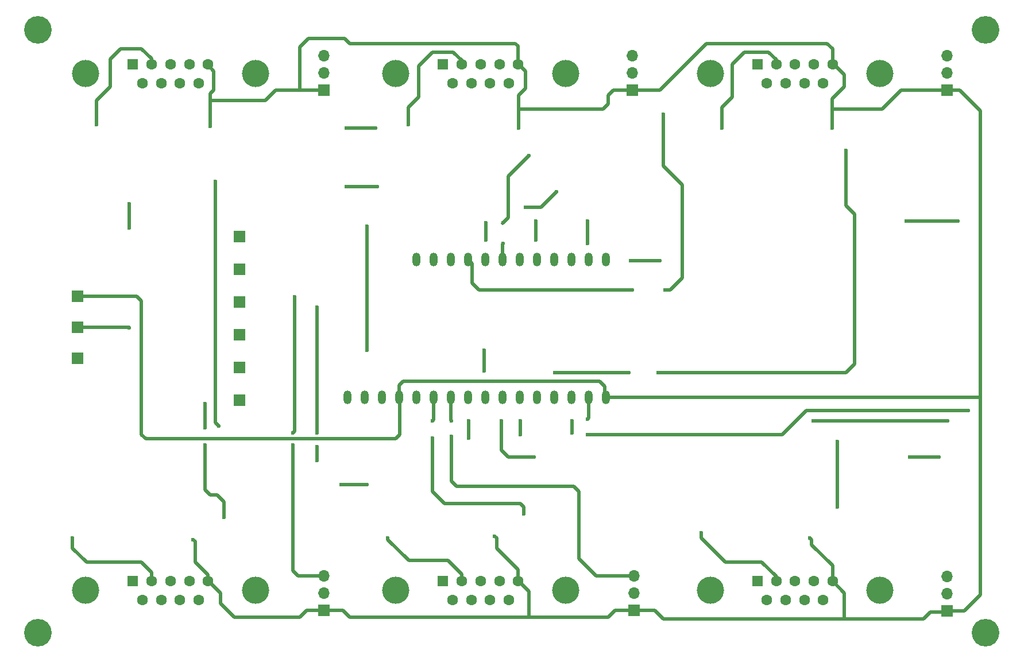
<source format=gbl>
G04 #@! TF.FileFunction,Copper,L2,Bot,Signal*
%FSLAX46Y46*%
G04 Gerber Fmt 4.6, Leading zero omitted, Abs format (unit mm)*
G04 Created by KiCad (PCBNEW 4.0.7-e2-6376~60~ubuntu17.10.1) date Mon Feb  5 04:30:27 2018*
%MOMM*%
%LPD*%
G01*
G04 APERTURE LIST*
%ADD10C,0.100000*%
%ADD11C,4.064000*%
%ADD12R,1.600000X1.600000*%
%ADD13C,1.600000*%
%ADD14C,4.000000*%
%ADD15O,1.200000X2.000000*%
%ADD16R,1.700000X1.700000*%
%ADD17O,1.700000X1.700000*%
%ADD18C,0.600000*%
%ADD19C,0.500000*%
G04 APERTURE END LIST*
D10*
D11*
X245110000Y-151130000D03*
X105410000Y-151130000D03*
X105410000Y-62230000D03*
D12*
X119380000Y-67310000D03*
D13*
X122150000Y-67310000D03*
X124920000Y-67310000D03*
X127690000Y-67310000D03*
X130460000Y-67310000D03*
X120765000Y-70150000D03*
X123535000Y-70150000D03*
X126305000Y-70150000D03*
X129075000Y-70150000D03*
D14*
X112420000Y-68730000D03*
X137420000Y-68730000D03*
D12*
X165100000Y-67310000D03*
D13*
X167870000Y-67310000D03*
X170640000Y-67310000D03*
X173410000Y-67310000D03*
X176180000Y-67310000D03*
X166485000Y-70150000D03*
X169255000Y-70150000D03*
X172025000Y-70150000D03*
X174795000Y-70150000D03*
D14*
X158140000Y-68730000D03*
X183140000Y-68730000D03*
D12*
X211455000Y-67310000D03*
D13*
X214225000Y-67310000D03*
X216995000Y-67310000D03*
X219765000Y-67310000D03*
X222535000Y-67310000D03*
X212840000Y-70150000D03*
X215610000Y-70150000D03*
X218380000Y-70150000D03*
X221150000Y-70150000D03*
D14*
X204495000Y-68730000D03*
X229495000Y-68730000D03*
D12*
X119380000Y-143510000D03*
D13*
X122150000Y-143510000D03*
X124920000Y-143510000D03*
X127690000Y-143510000D03*
X130460000Y-143510000D03*
X120765000Y-146350000D03*
X123535000Y-146350000D03*
X126305000Y-146350000D03*
X129075000Y-146350000D03*
D14*
X112420000Y-144930000D03*
X137420000Y-144930000D03*
D12*
X165100000Y-143510000D03*
D13*
X167870000Y-143510000D03*
X170640000Y-143510000D03*
X173410000Y-143510000D03*
X176180000Y-143510000D03*
X166485000Y-146350000D03*
X169255000Y-146350000D03*
X172025000Y-146350000D03*
X174795000Y-146350000D03*
D14*
X158140000Y-144930000D03*
X183140000Y-144930000D03*
D12*
X211455000Y-143510000D03*
D13*
X214225000Y-143510000D03*
X216995000Y-143510000D03*
X219765000Y-143510000D03*
X222535000Y-143510000D03*
X212840000Y-146350000D03*
X215610000Y-146350000D03*
X218380000Y-146350000D03*
X221150000Y-146350000D03*
D14*
X204495000Y-144930000D03*
X229495000Y-144930000D03*
D15*
X151041100Y-116433600D03*
X153581100Y-116433600D03*
X156121100Y-116433600D03*
X158661100Y-116433600D03*
X161201100Y-96113600D03*
X161201100Y-116433600D03*
X163741100Y-96113600D03*
X163741100Y-116433600D03*
X166281100Y-96113600D03*
X166281100Y-116433600D03*
X168821100Y-96113600D03*
X168821100Y-116433600D03*
X171361100Y-96113600D03*
X171361100Y-116433600D03*
X173901100Y-96113600D03*
X173901100Y-116433600D03*
X176441100Y-96113600D03*
X176441100Y-116433600D03*
X178981100Y-96113600D03*
X178981100Y-116433600D03*
X181521100Y-96113600D03*
X181521100Y-116433600D03*
X184061100Y-96113600D03*
X184061100Y-116433600D03*
X186601100Y-96113600D03*
X186601100Y-116433600D03*
X189141100Y-96113600D03*
X189141100Y-116433600D03*
D16*
X147574000Y-71120000D03*
D17*
X147574000Y-68580000D03*
X147574000Y-66040000D03*
D16*
X193040000Y-71120000D03*
D17*
X193040000Y-68580000D03*
X193040000Y-66040000D03*
D16*
X239395000Y-71120000D03*
D17*
X239395000Y-68580000D03*
X239395000Y-66040000D03*
D16*
X147574000Y-147828000D03*
D17*
X147574000Y-145288000D03*
X147574000Y-142748000D03*
D16*
X193294000Y-147828000D03*
D17*
X193294000Y-145288000D03*
X193294000Y-142748000D03*
D16*
X239395000Y-147955000D03*
D17*
X239395000Y-145415000D03*
X239395000Y-142875000D03*
D16*
X135128000Y-116840000D03*
X135128000Y-112014000D03*
X135128000Y-107188000D03*
X135128000Y-102362000D03*
X135128000Y-97536000D03*
X135128000Y-92710000D03*
X111188500Y-106108500D03*
X111188500Y-110680500D03*
X111188500Y-101536500D03*
D11*
X245110000Y-62230000D03*
D18*
X153924000Y-129286000D03*
X150114000Y-129286000D03*
X118872000Y-87884000D03*
X118872000Y-91440000D03*
X118872000Y-106172000D03*
X150876000Y-76708000D03*
X155194000Y-76708000D03*
X219202000Y-137160000D03*
X172720000Y-136906000D03*
X128270000Y-137414000D03*
X222504000Y-76708000D03*
X176276000Y-76708000D03*
X130810000Y-76454000D03*
X114046000Y-76200000D03*
X160020000Y-76200000D03*
X206248000Y-76708000D03*
X110490000Y-137160000D03*
X156972000Y-137160000D03*
X203200000Y-136398000D03*
X153924000Y-91186000D03*
X171196000Y-112522000D03*
X171196000Y-109474000D03*
X153924000Y-109474000D03*
X193040000Y-100584000D03*
X197866000Y-100584000D03*
X197612000Y-74676000D03*
X242570000Y-118364000D03*
X186436000Y-119634000D03*
X186436000Y-121920000D03*
X143002000Y-123444000D03*
X143002000Y-121666000D03*
X143256000Y-101600000D03*
X166370000Y-119888000D03*
X166370000Y-122174000D03*
X233426000Y-90424000D03*
X241046000Y-90424000D03*
X186436000Y-90424000D03*
X186436000Y-93726000D03*
X168910000Y-122428000D03*
X168910000Y-119888000D03*
X131572000Y-84582000D03*
X132080000Y-120650000D03*
X177800000Y-80772000D03*
X173990000Y-90678000D03*
X173990000Y-93726000D03*
X181610000Y-112776000D03*
X192532000Y-112776000D03*
X196850000Y-112776000D03*
X224536000Y-80010000D03*
X132842000Y-134112000D03*
X130048000Y-123444000D03*
X130048000Y-120904000D03*
X130048000Y-117348000D03*
X177038000Y-133604000D03*
X163576000Y-119888000D03*
X163576000Y-122428000D03*
X192786000Y-96266000D03*
X197104000Y-96266000D03*
X223266000Y-132588000D03*
X223266000Y-122936000D03*
X178816000Y-93218000D03*
X178816000Y-90424000D03*
X155448000Y-85344000D03*
X150876000Y-85344000D03*
X171450000Y-93218000D03*
X171450000Y-90678000D03*
X177292000Y-88392000D03*
X181864000Y-86106000D03*
X184150000Y-119888000D03*
X184150000Y-121666000D03*
X219710000Y-119888000D03*
X239522000Y-119888000D03*
X146558000Y-103124000D03*
X146558000Y-121666000D03*
X146558000Y-123698000D03*
X146558000Y-125730000D03*
X176530000Y-119888000D03*
X176530000Y-121920000D03*
X173736000Y-119888000D03*
X238252000Y-125222000D03*
X233934000Y-125222000D03*
X178562000Y-125222000D03*
D19*
X153924000Y-129286000D02*
X150114000Y-129286000D01*
X118872000Y-91440000D02*
X118872000Y-87884000D01*
X118808500Y-106108500D02*
X111188500Y-106108500D01*
X118872000Y-106172000D02*
X118808500Y-106108500D01*
X155194000Y-76708000D02*
X150876000Y-76708000D01*
X144018000Y-71120000D02*
X144018000Y-64770000D01*
X176180000Y-64674000D02*
X175768000Y-64262000D01*
X175768000Y-64262000D02*
X175260000Y-64262000D01*
X176180000Y-65278000D02*
X176180000Y-67310000D01*
X156718000Y-64262000D02*
X175260000Y-64262000D01*
X176180000Y-65278000D02*
X176180000Y-64674000D01*
X151384000Y-64262000D02*
X150622000Y-63500000D01*
X150622000Y-63500000D02*
X145288000Y-63500000D01*
X145288000Y-63500000D02*
X144018000Y-64770000D01*
X156718000Y-64262000D02*
X151384000Y-64262000D01*
X242570000Y-72390000D02*
X244348000Y-74168000D01*
X244348000Y-74168000D02*
X244348000Y-74422000D01*
X242570000Y-116433600D02*
X244348000Y-116433600D01*
X189141100Y-116433600D02*
X193294000Y-116433600D01*
X193294000Y-116433600D02*
X242570000Y-116433600D01*
X244348000Y-116433600D02*
X244348000Y-116586000D01*
X239395000Y-71120000D02*
X241300000Y-71120000D01*
X241300000Y-71120000D02*
X242570000Y-72390000D01*
X244348000Y-74422000D02*
X244348000Y-74422000D01*
X244348000Y-74422000D02*
X244348000Y-116586000D01*
X244348000Y-145542000D02*
X242316000Y-147574000D01*
X244348000Y-116586000D02*
X244348000Y-145542000D01*
X198374000Y-69850000D02*
X198882000Y-69342000D01*
X197104000Y-71120000D02*
X196850000Y-71120000D01*
X198374000Y-69850000D02*
X197104000Y-71120000D01*
X241935000Y-147955000D02*
X242316000Y-147574000D01*
X241935000Y-147955000D02*
X239395000Y-147955000D01*
X242316000Y-147574000D02*
X242570000Y-147320000D01*
X111188500Y-101536500D02*
X119951500Y-101536500D01*
X158750000Y-121920000D02*
X158750000Y-116522500D01*
X158115000Y-122555000D02*
X158750000Y-121920000D01*
X121285000Y-122555000D02*
X158115000Y-122555000D01*
X120650000Y-121920000D02*
X121285000Y-122555000D01*
X120650000Y-102235000D02*
X120650000Y-121920000D01*
X119951500Y-101536500D02*
X120650000Y-102235000D01*
X158750000Y-116522500D02*
X158661100Y-116433600D01*
X222535000Y-143510000D02*
X222535000Y-141255000D01*
X219456000Y-137414000D02*
X219202000Y-137160000D01*
X219456000Y-138176000D02*
X219456000Y-137414000D01*
X222535000Y-141255000D02*
X219456000Y-138176000D01*
X222535000Y-143510000D02*
X222535000Y-143541000D01*
X222535000Y-143541000D02*
X224282000Y-145288000D01*
X224282000Y-145288000D02*
X224282000Y-149098000D01*
X193294000Y-147828000D02*
X196342000Y-147828000D01*
X236982000Y-148082000D02*
X239268000Y-148082000D01*
X235966000Y-149098000D02*
X236982000Y-148082000D01*
X197612000Y-149098000D02*
X224282000Y-149098000D01*
X224282000Y-149098000D02*
X235966000Y-149098000D01*
X196342000Y-147828000D02*
X197612000Y-149098000D01*
X239268000Y-148082000D02*
X239395000Y-147955000D01*
X177800000Y-148844000D02*
X177800000Y-147828000D01*
X178816000Y-148844000D02*
X177800000Y-148844000D01*
X177800000Y-148844000D02*
X151384000Y-148844000D01*
X150368000Y-147828000D02*
X147574000Y-147828000D01*
X151384000Y-148844000D02*
X150368000Y-147828000D01*
X176180000Y-143510000D02*
X176276000Y-143510000D01*
X176276000Y-143510000D02*
X177800000Y-145034000D01*
X177800000Y-145034000D02*
X177800000Y-147828000D01*
X178816000Y-148844000D02*
X189484000Y-148844000D01*
X189484000Y-148844000D02*
X189992000Y-148336000D01*
X190500000Y-147828000D02*
X193294000Y-147828000D01*
X189992000Y-148336000D02*
X190500000Y-147828000D01*
X176180000Y-143510000D02*
X176180000Y-141828000D01*
X173036000Y-137222000D02*
X172720000Y-136906000D01*
X173036000Y-138684000D02*
X173036000Y-137222000D01*
X176180000Y-141828000D02*
X173036000Y-138684000D01*
X130460000Y-143510000D02*
X130556000Y-143510000D01*
X130556000Y-143510000D02*
X132334000Y-145288000D01*
X132334000Y-145288000D02*
X132334000Y-146812000D01*
X132334000Y-146812000D02*
X134366000Y-148844000D01*
X134366000Y-148844000D02*
X144018000Y-148844000D01*
X144018000Y-148844000D02*
X145034000Y-147828000D01*
X145034000Y-147828000D02*
X147574000Y-147828000D01*
X130460000Y-143510000D02*
X130460000Y-142590000D01*
X128586000Y-137730000D02*
X128270000Y-137414000D01*
X128586000Y-140716000D02*
X128586000Y-137730000D01*
X130460000Y-142590000D02*
X128586000Y-140716000D01*
X222504000Y-73914000D02*
X229870000Y-73914000D01*
X232664000Y-71120000D02*
X239395000Y-71120000D01*
X229870000Y-73914000D02*
X232664000Y-71120000D01*
X222535000Y-67310000D02*
X222758000Y-67310000D01*
X222758000Y-67310000D02*
X224282000Y-68834000D01*
X222504000Y-72390000D02*
X222504000Y-73914000D01*
X222504000Y-73914000D02*
X222504000Y-76708000D01*
X224282000Y-70612000D02*
X222504000Y-72390000D01*
X224282000Y-68834000D02*
X224282000Y-70612000D01*
X222535000Y-65055000D02*
X222535000Y-67310000D01*
X198882000Y-69342000D02*
X203962000Y-64262000D01*
X203962000Y-64262000D02*
X221742000Y-64262000D01*
X221742000Y-64262000D02*
X222535000Y-65055000D01*
X176276000Y-73914000D02*
X188722000Y-73914000D01*
X190246000Y-71120000D02*
X193040000Y-71120000D01*
X189484000Y-71882000D02*
X190246000Y-71120000D01*
X189484000Y-73152000D02*
X189484000Y-71882000D01*
X188722000Y-73914000D02*
X189484000Y-73152000D01*
X176276000Y-74676000D02*
X176276000Y-76708000D01*
X176276000Y-67310000D02*
X177292000Y-68326000D01*
X176276000Y-71882000D02*
X176276000Y-73914000D01*
X176276000Y-73914000D02*
X176276000Y-74676000D01*
X177292000Y-70866000D02*
X176276000Y-71882000D01*
X177292000Y-68326000D02*
X177292000Y-70866000D01*
X193040000Y-71120000D02*
X196850000Y-71120000D01*
X158661100Y-116433600D02*
X158661100Y-114642900D01*
X188976000Y-114808000D02*
X188976000Y-116268500D01*
X188214000Y-114046000D02*
X188976000Y-114808000D01*
X159258000Y-114046000D02*
X188214000Y-114046000D01*
X158661100Y-114642900D02*
X159258000Y-114046000D01*
X188976000Y-116268500D02*
X189141100Y-116433600D01*
X176180000Y-67310000D02*
X176276000Y-67310000D01*
X130810000Y-72644000D02*
X138938000Y-72644000D01*
X138938000Y-72644000D02*
X140462000Y-71120000D01*
X140462000Y-71120000D02*
X144018000Y-71120000D01*
X144018000Y-71120000D02*
X147574000Y-71120000D01*
X130460000Y-67310000D02*
X130460000Y-67468000D01*
X130460000Y-67468000D02*
X131318000Y-68326000D01*
X130810000Y-71628000D02*
X130810000Y-72644000D01*
X130810000Y-72644000D02*
X130810000Y-76454000D01*
X131318000Y-71120000D02*
X130810000Y-71628000D01*
X131318000Y-68326000D02*
X131318000Y-71120000D01*
X122150000Y-67310000D02*
X122150000Y-66524000D01*
X122150000Y-66524000D02*
X120650000Y-65024000D01*
X114046000Y-72644000D02*
X114046000Y-76200000D01*
X116078000Y-70612000D02*
X114046000Y-72644000D01*
X116078000Y-66548000D02*
X116078000Y-70612000D01*
X117602000Y-65024000D02*
X116078000Y-66548000D01*
X120650000Y-65024000D02*
X117602000Y-65024000D01*
X167870000Y-67310000D02*
X167870000Y-66778000D01*
X167870000Y-66778000D02*
X166624000Y-65532000D01*
X160020000Y-73660000D02*
X160020000Y-76200000D01*
X161544000Y-72136000D02*
X160020000Y-73660000D01*
X161544000Y-67564000D02*
X161544000Y-72136000D01*
X163576000Y-65532000D02*
X161544000Y-67564000D01*
X166624000Y-65532000D02*
X163576000Y-65532000D01*
X214225000Y-67310000D02*
X214225000Y-66651000D01*
X214225000Y-66651000D02*
X213106000Y-65532000D01*
X206248000Y-73660000D02*
X206248000Y-76708000D01*
X207772000Y-72136000D02*
X206248000Y-73660000D01*
X207772000Y-67310000D02*
X207772000Y-72136000D01*
X209550000Y-65532000D02*
X207772000Y-67310000D01*
X213106000Y-65532000D02*
X209550000Y-65532000D01*
X122150000Y-143510000D02*
X122150000Y-142264000D01*
X110490000Y-138684000D02*
X110490000Y-137160000D01*
X112570000Y-140764000D02*
X110490000Y-138684000D01*
X120650000Y-140764000D02*
X112570000Y-140764000D01*
X122150000Y-142264000D02*
X120650000Y-140764000D01*
X167870000Y-143510000D02*
X167870000Y-142518000D01*
X156972000Y-137414000D02*
X156972000Y-137160000D01*
X160068000Y-140510000D02*
X156972000Y-137414000D01*
X165862000Y-140510000D02*
X160068000Y-140510000D01*
X167870000Y-142518000D02*
X165862000Y-140510000D01*
X214225000Y-143510000D02*
X214225000Y-142851000D01*
X214225000Y-142851000D02*
X212090000Y-140716000D01*
X203200000Y-137160000D02*
X203200000Y-136398000D01*
X206756000Y-140716000D02*
X203200000Y-137160000D01*
X212090000Y-140716000D02*
X206756000Y-140716000D01*
X153924000Y-93980000D02*
X153924000Y-109474000D01*
X153924000Y-91186000D02*
X153924000Y-93980000D01*
X171196000Y-109474000D02*
X171196000Y-112522000D01*
X169418000Y-96710500D02*
X168821100Y-96113600D01*
X169418000Y-99568000D02*
X169418000Y-96710500D01*
X170434000Y-100584000D02*
X169418000Y-99568000D01*
X193040000Y-100584000D02*
X170434000Y-100584000D01*
X198628000Y-100584000D02*
X197866000Y-100584000D01*
X200406000Y-98806000D02*
X198628000Y-100584000D01*
X200406000Y-85090000D02*
X200406000Y-98806000D01*
X197612000Y-82296000D02*
X200406000Y-85090000D01*
X197612000Y-74676000D02*
X197612000Y-82296000D01*
X215138000Y-121920000D02*
X218694000Y-118364000D01*
X218694000Y-118364000D02*
X242570000Y-118364000D01*
X186601100Y-119468900D02*
X186436000Y-119634000D01*
X186601100Y-116433600D02*
X186601100Y-119468900D01*
X186436000Y-121920000D02*
X206248000Y-121920000D01*
X206248000Y-121920000D02*
X215138000Y-121920000D01*
X147574000Y-142748000D02*
X143764000Y-142748000D01*
X143764000Y-142748000D02*
X143002000Y-141986000D01*
X143002000Y-141986000D02*
X143002000Y-123444000D01*
X143256000Y-103378000D02*
X143256000Y-101600000D01*
X143002000Y-121666000D02*
X143256000Y-121412000D01*
X143256000Y-121412000D02*
X143256000Y-103378000D01*
X185166000Y-135636000D02*
X185166000Y-130302000D01*
X187706000Y-142748000D02*
X185166000Y-140208000D01*
X185166000Y-140208000D02*
X185166000Y-135636000D01*
X193294000Y-142748000D02*
X187706000Y-142748000D01*
X166281100Y-119799100D02*
X166281100Y-116433600D01*
X166370000Y-119888000D02*
X166281100Y-119799100D01*
X166370000Y-128778000D02*
X166370000Y-122174000D01*
X167132000Y-129540000D02*
X166370000Y-128778000D01*
X184404000Y-129540000D02*
X167132000Y-129540000D01*
X185166000Y-130302000D02*
X184404000Y-129540000D01*
X239776000Y-90424000D02*
X241046000Y-90424000D01*
X239776000Y-90424000D02*
X233426000Y-90424000D01*
X186436000Y-93726000D02*
X186436000Y-90424000D01*
X131572000Y-117602000D02*
X131572000Y-120142000D01*
X131572000Y-120142000D02*
X132080000Y-120650000D01*
X131572000Y-84582000D02*
X131572000Y-91186000D01*
X131572000Y-91186000D02*
X131572000Y-117602000D01*
X168910000Y-122428000D02*
X168910000Y-119888000D01*
X173901100Y-96113600D02*
X173901100Y-93814900D01*
X177800000Y-80772000D02*
X174752000Y-83820000D01*
X174752000Y-83820000D02*
X174752000Y-89916000D01*
X174752000Y-89916000D02*
X173901100Y-90766900D01*
X173990000Y-90678000D02*
X173901100Y-90766900D01*
X173901100Y-93814900D02*
X173990000Y-93726000D01*
X192532000Y-112776000D02*
X181610000Y-112776000D01*
X224536000Y-112776000D02*
X196850000Y-112776000D01*
X225806000Y-111506000D02*
X224536000Y-112776000D01*
X225806000Y-89408000D02*
X225806000Y-111506000D01*
X224536000Y-88138000D02*
X225806000Y-89408000D01*
X224536000Y-80010000D02*
X224536000Y-88138000D01*
X132842000Y-131826000D02*
X132842000Y-134112000D01*
X131826000Y-130810000D02*
X132842000Y-131826000D01*
X130810000Y-130810000D02*
X131826000Y-130810000D01*
X130048000Y-130048000D02*
X130810000Y-130810000D01*
X130048000Y-123444000D02*
X130048000Y-130048000D01*
X130048000Y-117348000D02*
X130048000Y-120904000D01*
X163741100Y-116433600D02*
X163741100Y-119722900D01*
X163576000Y-119888000D02*
X163741100Y-119722900D01*
X163576000Y-130302000D02*
X163576000Y-122428000D01*
X165354000Y-132080000D02*
X163576000Y-130302000D01*
X176530000Y-132080000D02*
X165354000Y-132080000D01*
X177038000Y-132588000D02*
X176530000Y-132080000D01*
X177038000Y-132588000D02*
X177038000Y-133604000D01*
X192786000Y-96266000D02*
X197104000Y-96266000D01*
X223266000Y-122936000D02*
X223266000Y-132588000D01*
X178816000Y-90424000D02*
X178816000Y-93218000D01*
X150876000Y-85344000D02*
X155448000Y-85344000D01*
X180848000Y-87122000D02*
X179578000Y-88392000D01*
X179578000Y-88392000D02*
X178562000Y-88392000D01*
X171450000Y-90678000D02*
X171450000Y-93218000D01*
X178562000Y-88392000D02*
X177292000Y-88392000D01*
X181864000Y-86106000D02*
X180848000Y-87122000D01*
X171196000Y-95948500D02*
X171361100Y-96113600D01*
X184150000Y-121666000D02*
X184150000Y-119888000D01*
X239522000Y-119888000D02*
X219710000Y-119888000D01*
X146558000Y-106934000D02*
X146558000Y-103124000D01*
X146558000Y-121666000D02*
X146558000Y-106934000D01*
X146558000Y-106934000D02*
X146558000Y-106680000D01*
X146558000Y-125730000D02*
X146558000Y-123698000D01*
X176530000Y-121920000D02*
X176530000Y-119888000D01*
X173736000Y-122174000D02*
X173736000Y-124206000D01*
X173736000Y-122174000D02*
X173736000Y-119888000D01*
X174752000Y-125222000D02*
X175006000Y-125222000D01*
X173736000Y-124206000D02*
X174752000Y-125222000D01*
X238252000Y-125222000D02*
X233934000Y-125222000D01*
X178562000Y-125222000D02*
X175006000Y-125222000D01*
M02*

</source>
